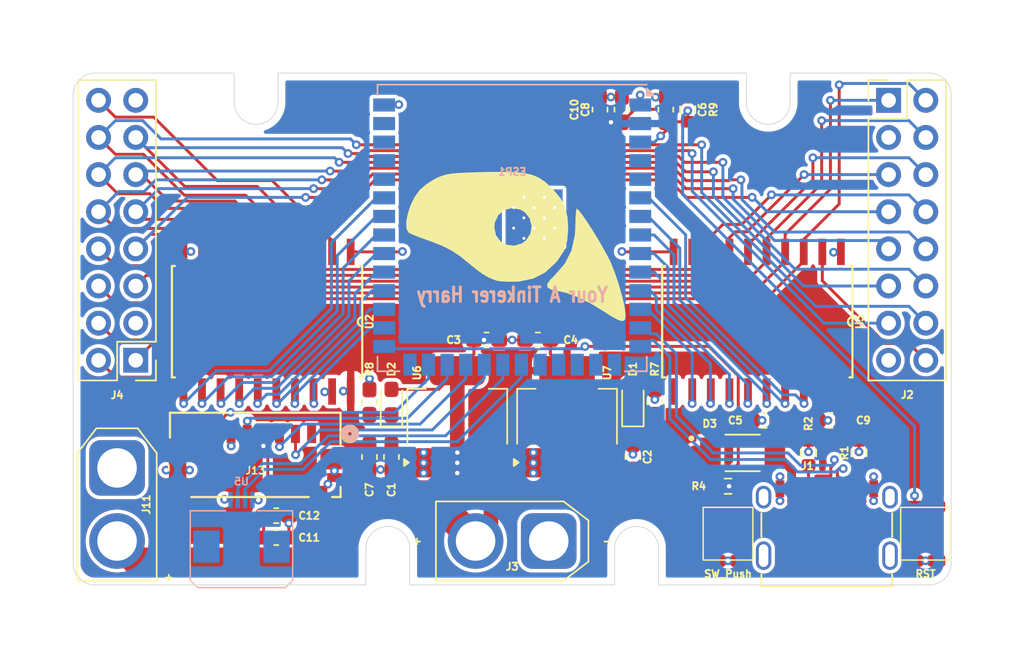
<source format=kicad_pcb>
(kicad_pcb (version 20241229) (generator "pcbnew") (generator_version "9.0")
  (layers (0 "F.Cu" signal) (4 "In1.Cu" signal) (6 "In2.Cu" signal) (2 "B.Cu" signal) (13 "F.Paste" user) (15 "B.Paste" user) (5 "F.SilkS" user "F.Silkscreen") (7 "B.SilkS" user "B.Silkscreen") (1 "F.Mask" user) (3 "B.Mask" user) (25 "Edge.Cuts" user))
  (net 0 "")
  (net 1 "GND")
  (net 2 "Net-(ESP1-GPIO0{slash}BOOT)")
  (net 3 "+3V3")
  (net 4 "+5V")
  (net 5 "Net-(J1-VBUS_A)")
  (net 6 "Net-(ESP1-EN)")
  (net 7 "Net-(D1-K)")
  (net 8 "Net-(D2-K)")
  (net 9 "+RAWVS")
  (net 15 "Main USB -")
  (net 20 "Main USB +")
  (net 24 "Net-(J1-CC2)")
  (net 25 "Net-(J1-CC1)")
  (net 29 "R1")
  (net 30 "B")
  (net 31 "G0")
  (net 32 "B1")
  (net 33 "CLK")
  (net 34 "A")
  (net 35 "B0")
  (net 36 "R0")
  (net 37 "C")
  (net 38 "LAT")
  (net 39 "E")
  (net 40 "D")
  (net 41 "G1")
  (net 42 "SD SPI MOSI")
  (net 43 "SD SPI CLK")
  (net 45 "SD SPI MISO")
  (net 46 "SD SPI CS")
  (net 50 "Power UART TX")
  (net 51 "Power UART RX")
  (net 52 "Disp GPIO 5")
  (net 53 "Disp GPIO 0")
  (net 54 "Disp GPIO 1")
  (net 55 "Disp GPIO 3")
  (net 56 "Disp GPIO 6")
  (net 57 "Disp GPIO 4")
  (net 58 "Disp GPIO 7")
  (net 59 "Disp GPIO 2")
  (net 60 "Disp GPIO 11")
  (net 61 "Disp GPIO 12")
  (net 62 "Disp GPIO 13")
  (net 63 "Disp GPIO 8")
  (net 64 "Disp GPIO 10")
  (net 65 "Disp GPIO 9")
  (net 66 "Disp GPIO 14")
  (net 67 "OE1")
  (net 68 "OE0")
  (footprint "Package_TO_SOT_SMD:SOT-223-3_TabPin2" (layer "F.Cu") (at 98.75 63.5 90)
    (property "Reference" "U7")
    (property "Value" "LD1117S50TR_SOT223" (hide yes))
  )
  (footprint "Capacitor_SMD:C_0603_1608Metric_Pad1.08x0.95mm_HandSolder" (layer "F.Cu") (at 96.75 58.25 180)
    (property "Reference" "C4")
    (property "Value" "10uf" (hide yes))
  )
  (footprint "Connector_AMASS:AMASS_XT30U-M_1x02_P5.0mm_Vertical" (layer "F.Cu") (at 68 67 -90)
    (property "Reference" "J11")
    (property "Value" "Substructure Power" (hide yes))
  )
  (footprint "LOGO" (layer "F.Cu") (at 95.25 52)
    (property "Reference" "G***" (hide yes))
    (property "Value" "LOGO" (hide yes))
  )
  (footprint "Diode_SMD:D_0603_1608Metric_Pad1.05x0.95mm_HandSolder" (layer "F.Cu") (at 86.75 62.5 90)
    (property "Reference" "D2")
    (property "Value" "LED" (hide yes))
  )
  (footprint "Resistor_SMD:R_0603_1608Metric" (layer "F.Cu") (at 109.75 68.25 180)
    (property "Reference" "R4")
    (property "Value" "10K" (hide yes))
  )
  (footprint "Capacitor_SMD:C_0603_1608Metric_Pad1.08x0.95mm_HandSolder" (layer "F.Cu") (at 105.5 42.5 -90)
    (property "Reference" "C6")
    (property "Value" "1uF" (hide yes))
  )
  (footprint "Buttons:R-667843" (layer "F.Cu") (at 109.75 71.5 -90)
    (property "Reference" "BootSW1" (hide yes))
    (property "Value" "SW_Push")
  )
  (footprint "Capacitor_SMD:C_0603_1608Metric_Pad1.08x0.95mm_HandSolder" (layer "F.Cu") (at 104.75 62.5 90)
    (property "Reference" "R7")
    (property "Value" "155ohm min" (hide yes))
  )
  (footprint "Package_TO_SOT_SMD:SOT-223-3_TabPin2" (layer "F.Cu") (at 91.25 63.5 90)
    (property "Reference" "U6")
    (property "Value" "LD1117S33TR_SOT223" (hide yes))
  )
  (footprint "Capacitor_SMD:C_0603_1608Metric_Pad1.08x0.95mm_HandSolder" (layer "F.Cu") (at 93.25 58.25)
    (property "Reference" "C3")
    (property "Value" "10uf" (hide yes))
  )
  (footprint "Connector_PinHeader_2.54mm:PinHeader_2x08_P2.54mm_Vertical" (layer "F.Cu") (at 120.725 41.86)
    (property "Reference" "J2")
    (property "Value" "HUB75 Right" (hide yes))
  )
  (footprint "Connector_AMASS:AMASS_XT30U-M_1x02_P5.0mm_Vertical" (layer "F.Cu") (at 97.5 72 180)
    (property "Reference" "J3")
    (property "Value" "Display Power" (hide yes))
  )
  (footprint "74HC245:SOIC127P1032X265-20N" (layer "F.Cu") (at 78.25 57 -90)
    (property "Reference" "U2")
    (property "Value" "74HC245D_653" (hide yes))
  )
  (footprint "Buttons:R-667843" (layer "F.Cu") (at 123.25 71.5 -90)
    (property "Reference" "SW2" (hide yes))
    (property "Value" "RST")
  )
  (footprint "Resistor_SMD:R_0603_1608Metric" (layer "F.Cu") (at 118.7 65.975 90)
    (property "Reference" "R1")
    (property "Value" "5.1K" (hide yes))
  )
  (footprint "PMEG Diode:DIO_PMEG3050EP_115" (layer "F.Cu") (at 110.75 65.975)
    (property "Reference" "D3")
    (property "Value" "PMEG3050EP_115" (hide yes))
  )
  (footprint "Capacitor_SMD:C_0603_1608Metric_Pad1.08x0.95mm_HandSolder" (layer "F.Cu") (at 78.877095 71.766)
    (property "Reference" "C11")
    (property "Value" "22uF" (hide yes))
  )
  (footprint "Capacitor_SMD:C_0603_1608Metric_Pad1.08x0.95mm_HandSolder" (layer "F.Cu") (at 78.877095 70.266)
    (property "Reference" "C12")
    (property "Value" "0.1uF" (hide yes))
  )
  (footprint "Resistor_SMD:R_0603_1608Metric" (layer "F.Cu") (at 107 42.5 -90)
    (property "Reference" "R9")
    (property "Value" "10K" (hide yes))
  )
  (footprint "Connector_PinHeader_2.54mm:PinHeader_2x08_P2.54mm_Vertical" (layer "F.Cu") (at 69.275 59.64 180)
    (property "Reference" "J4")
    (property "Value" "HUB75 Left" (hide yes))
  )
  (footprint "Capacitor_SMD:C_0603_1608Metric_Pad1.08x0.95mm_HandSolder" (layer "F.Cu") (at 85.25 62.5 90)
    (property "Reference" "R8")
    (property "Value" "70ohm min" (hide yes))
  )
  (footprint "Capacitor_SMD:C_0603_1608Metric_Pad1.08x0.95mm_HandSolder" (layer "F.Cu") (at 102.5 42.5 90)
    (property "Reference" "C8")
    (property "Value" "22uF" (hide yes))
  )
  (footprint "Capacitor_SMD:C_0603_1608Metric_Pad1.08x0.95mm_HandSolder" (layer "F.Cu") (at 86.75 66.25 -90)
    (property "Reference" "C1")
    (property "Value" "0.1uf" (hide yes))
  )
  (footprint "USBC:AMPHENOL_10171746-00021LF" (layer "F.Cu") (at 116.5 73)
    (property "Reference" "J1")
    (property "Value" "10171746-00021LF" (hide yes))
  )
  (footprint "Capacitor_SMD:C_0603_1608Metric_Pad1.08x0.95mm_HandSolder" (layer "F.Cu") (at 116.75 63.75 180)
    (property "Reference" "C9")
    (property "Value" "10uF" (hide yes))
  )
  (footprint "Micro SD:MicroSD_473092651" (layer "F.Cu") (at 77.45 64.7)
    (property "Reference" "J13")
    (property "Value" "MicroSD" (hide yes))
  )
  (footprint "Capacitor_SMD:C_0603_1608Metric" (layer "F.Cu") (at 112.25 63.75 180)
    (property "Reference" "C5")
    (property "Value" "10uF" (hide yes))
  )
  (footprint "Resistor_SMD:R_0603_1608Metric" (layer "F.Cu") (at 115.25 65.975 90)
    (property "Reference" "R2")
    (property "Value" "5.1K" (hide yes))
  )
  (footprint "Capacitor_SMD:C_0603_1608Metric_Pad1.08x0.95mm_HandSolder" (layer "F.Cu") (at 101 42.5 90)
    (property "Reference" "C10")
    (property "Value" "0.1uF" (hide yes))
  )
  (footprint "Capacitor_SMD:C_0603_1608Metric_Pad1.08x0.95mm_HandSolder" (layer "F.Cu") (at 103.25 66.25 90)
    (property "Reference" "C2")
    (property "Value" "0.1uf" (hide yes))
  )
  (footprint "74HC245:SOIC127P1032X265-20N" (layer "F.Cu") (at 111.75 57 -90)
    (property "Reference" "U3")
    (property "Value" "74HC245D_653" (hide yes))
  )
  (footprint "Capacitor_SMD:C_0603_1608Metric_Pad1.08x0.95mm_HandSolder" (layer "F.Cu") (at 85.25 66.25 -90)
    (property "Reference" "C7")
    (property "Value" "10uF" (hide yes))
  )
  (footprint "Diode_SMD:D_0603_1608Metric_Pad1.05x0.95mm_HandSolder" (layer "F.Cu") (at 103.25 62.5 90)
    (property "Reference" "D1")
    (property "Value" "LED" (hide yes))
  )
  (footprint "RF_Module:ESP32-S3-WROOM-1U" (layer "B.Cu") (at 95 50.59 180)
    (property "Reference" "ESP1")
    (property "Value" "ESP32-S3-WROOM-1U")
  )
  (footprint "FCC:FFC-4-0.5" (layer "B.Cu") (at 76.5 69.834 180)
    (property "Reference" "U5")
    (property "Value" "Substructure")
  )
  (gr_line (start 76 42) (end 76 40) (stroke (width 0.05)) (layer "Edge.Cuts"))
  (gr_line (start 102 75) (end 102 72.5) (stroke (width 0.05)) (layer "Edge.Cuts"))
  (gr_arc (start 102 72.5) (mid 103.5 71) (end 105 72.5) (stroke (width 0.05)) (layer "Edge.Cuts"))
  (gr_arc (start 65 41.5) (mid 65.43934 40.43934) (end 66.5 40) (stroke (width 0.05)) (layer "Edge.Cuts"))
  (gr_line (start 76 40) (end 66.5 40) (stroke (width 0.05)) (layer "Edge.Cuts"))
  (gr_arc (start 79 42) (mid 77.5 43.5) (end 76 42) (stroke (width 0.05)) (layer "Edge.Cuts"))
  (gr_line (start 105 75) (end 105 72.5) (stroke (width 0.05)) (layer "Edge.Cuts"))
  (gr_arc (start 66.5 75) (mid 65.43934 74.56066) (end 65 73.5) (stroke (width 0.05)) (layer "Edge.Cuts"))
  (gr_line (start 123.5 40) (end 114 40) (stroke (width 0.05)) (layer "Edge.Cuts"))
  (gr_line (start 66.5 75) (end 85 75) (stroke (width 0.05)) (layer "Edge.Cuts"))
  (gr_arc (start 125 73.5) (mid 124.56066 74.56066) (end 123.5 75) (stroke (width 0.05)) (layer "Edge.Cuts"))
  (gr_line (start 125 73.5) (end 125 41.5) (stroke (width 0.05)) (layer "Edge.Cuts"))
  (gr_line (start 111 42) (end 111 40) (stroke (width 0.05)) (layer "Edge.Cuts"))
  (gr_line (start 79 40) (end 111 40) (stroke (width 0.05)) (layer "Edge.Cuts"))
  (gr_arc (start 85 72.5) (mid 86.5 71) (end 88 72.5) (stroke (width 0.05)) (layer "Edge.Cuts"))
  (gr_line (start 88 75) (end 88 72.5) (stroke (width 0.05)) (layer "Edge.Cuts"))
  (gr_line (start 85 75) (end 85 72.5) (stroke (width 0.05)) (layer "Edge.Cuts"))
  (gr_arc (start 123.5 40) (mid 124.56066 40.43934) (end 125 41.5) (stroke (width 0.05)) (layer "Edge.Cuts"))
  (gr_line (start 114 42) (end 114 40) (stroke (width 0.05)) (layer "Edge.Cuts"))
  (gr_arc (start 114 42) (mid 112.5 43.5) (end 111 42) (stroke (width 0.05)) (layer "Edge.Cuts"))
  (gr_line (start 105 75) (end 123.5 75) (stroke (width 0.05)) (layer "Edge.Cuts"))
  (gr_line (start 65 41.5) (end 65 73.5) (stroke (width 0.05)) (layer "Edge.Cuts"))
  (gr_line (start 88 75) (end 102 75) (stroke (width 0.05)) (layer "Edge.Cuts"))
  (gr_line (start 79 42) (end 79 40) (stroke (width 0.05)) (layer "Edge.Cuts"))
  (gr_text "Your A Tinkerer Harry" (at 95 55.75 0) (layer "B.SilkS") (effects (font (size 1 0.8) (thickness 0.2) (bold yes)) (justify bottom mirror)))
  (segment (start 81.8982 68.6467) (end 81.8982 68.611304) (width 0.2) (layer "F.Cu") (net 1))
  (segment (start 82.404752 68.104752) (end 82.850699 67.658806) (width 0.2) (layer "F.Cu") (net 1))
  (segment (start 123.25 73.35) (end 124 73.35) (width 0.2) (layer "F.Cu") (net 1))
  (segment (start 88.95 66.65) (end 88.95 67.35) (width 0.2) (layer "F.Cu") (net 1))
  (segment (start 81.8982 68.611304) (end 82.404752 68.104752) (width 0.2) (layer "F.Cu") (net 1))
  (segment (start 111.475 63.75) (end 112.075 63.75) (width 0.2) (layer "F.Cu") (net 1))
  (segment (start 72.535 52.2248) (end 73.013498 52.2248) (width 0.2) (layer "F.Cu") (net 1))
  (segment (start 113.3 68.425) (end 113.3 69.25) (width 0.2) (layer "F.Cu") (net 1))
  (segment (start 75.793712 64.676) (end 75.793712 65.493712) (width 0.2) (layer "F.Cu") (net 1))
  (segment (start 113.3 68.425) (end 113.3 67.6) (width 0.2) (layer "F.Cu") (net 1))
  (segment (start 79.739595 70.266) (end 79.739595 71.766) (width 0.2) (layer "F.Cu") (net 1))
  (segment (start 104.8125 41.6375) (end 104.8 41.65) (width 0.2) (layer "F.Cu") (net 1))
  (segment (start 82.6221 66.971401) (end 82.850699 67.2) (width 0.2) (layer "F.Cu") (net 1))
  (segment (start 116.195 61.7752) (end 116.195 62.805) (width 0.2) (layer "F.Cu") (net 1))
  (segment (start 72.138288 67.156307) (end 71.356307 67.156307) (width 0.2) (layer "F.Cu") (net 1))
  (segment (start 87.4752 52.2248) (end 87.5 52.2) (width 0.2) (layer "F.Cu") (net 1))
  (segment (start 116.986902 52.2248) (end 116.961702 52.25) (width 0.2) (layer "F.Cu") (net 1))
  (segment (start 109 73.35) (end 109.75 73.35) (width 0.2) (layer "F.Cu") (net 1))
  (segment (start 116.574313 63.75) (end 116.575 63.749313) (width 0.2) (layer "F.Cu") (net 1))
  (segment (start 101.75 41.6375) (end 102.5 41.6375) (width 0.2) (layer "F.Cu") (net 1))
  (segment (start 117.465 52.2248) (end 116.986902 52.2248) (width 0.2) (layer "F.Cu") (net 1))
  (segment (start 106.035 52.2248) (end 102.524798 52.2248) (width 0.2) (layer "F.Cu") (net 1))
  (segment (start 73.013498 52.2248) (end 73.038298 52.2) (width 0.2) (layer "F.Cu") (net 1))
  (segment (start 85.25 60.9) (end 85.25 61.6375) (width 0.2) (layer "F.Cu") (net 1))
  (segment (start 82.6702 61.8) (end 82.695 61.7752) (width 0.2) (layer "F.Cu") (net 1))
  (segment (start 119.7 68.425) (end 119.7 69.25) (width 0.2) (layer "F.Cu") (net 1))
  (segment (start 103.25 65.3875) (end 103.25 66.074313) (width 0.2) (layer "F.Cu") (net 1))
  (segment (start 115.8875 63.75) (end 116.574313 63.75) (width 0.2) (layer "F.Cu") (net 1))
  (segment (start 95 58.25) (end 95.8875 58.25) (width 0.2) (layer "F.Cu") (net 1))
  (segment (start 94.1125 58.25) (end 95 58.25) (width 0.2) (layer "F.Cu") (net 1))
  (segment (start 72.138288 67.156307) (end 72.943693 67.156307) (width 0.2) (layer "F.Cu") (net 1))
  (segment (start 115.8875 63.75) (end 115.8875 63.1125) (width 0.2) (layer "F.Cu") (net 1))
  (segment (start 79.739595 70.266) (end 79.739595 70.783998) (width 0.2) (layer "F.Cu") (net 1))
  (segment (start 86 67.1125) (end 86.75 67.1125) (width 0.2) (layer "F.Cu") (net 1))
  (segment (start 109.75 73.35) (end 110.5 73.35) (width 0.2) (layer "F.Cu") (net 1))
  (segment (start 85.25 67.1125) (end 86 67.1125) (width 0.2) (layer "F.Cu") (net 1))
  (segment (start 72.943693 67.156307) (end 72.95 67.15) (width 0.2) (layer "F.Cu") (net 1))
  (segment (start 115.25 65.15) (end 115.25 65.9) (width 0.2) (layer "F.Cu") (net 1))
  (segment (start 105.5 41.6375) (end 104.8125 41.6375) (width 0.2) (layer "F.Cu") (net 1))
  (segment (start 96.45 66.65) (end 96.45 65.95) (width 0.2) (layer "F.Cu") (net 1))
  (segment (start 96.45 66.65) (end 96.45 67.35) (width 0.2) (layer "F.Cu") (net 1))
  (segment (start 83.965 52.2248) (end 87.4752 52.2248) (width 0.2) (layer "F.Cu") (net 1))
  (segment (start 75.793712 65.493712) (end 75.8 65.5) (width 0.2) (layer "F.Cu") (net 1))
  (segment (start 82.6221 66.404005) (end 82.6221 66.971401) (width 0.2) (layer "F.Cu") (net 1))
  (segment (start 101 41.6375) (end 101.75 41.6375) (width 0.2) (layer "F.Cu") (net 1))
  (segment (start 103.25 66.074313) (end 103.250687 66.075) (width 0.2) (layer "F.Cu") (net 1))
  (segment (start 82.850699 67.658806) (end 82.850699 67.2) (width 0.2) (layer "F.Cu") (net 1))
  (segment (start 71.356307 67.156307) (end 71.35 67.15) (width 0.2) (layer "F.Cu") (net 1))
  (segment (start 118.7 65.15) (end 118.7 65.9) (width 0.2) (layer "F.Cu") (net 1))
  (segment (start 102.524798 52.2248) (end 102.499998 52.2) (width 0.2) (layer "F.Cu") (net 1))
  (segment (start 122.5 73.35) (end 123.25 73.35) (width 0.2) (layer "F.Cu") (net 1))
  (segment (start 104.75 61.6375) (end 104.75 62.325) (width 0.2) (layer "F.Cu") (net 1))
  (segment (start 119.7 68.425) (end 119.7 67.6) (width 0.2) (layer "F.Cu") (net 1))
  (segment (start 82.191702 61.8) (end 82.6702 61.8) (width 0.2) (layer "F.Cu") (net 1))
  (segment (start 115.8875 63.1125) (end 116.195 62.805) (width 0.2) (layer "F.Cu") (net 1))
  (via (at 82.191702 61.8) (size 0.6) (drill 0.3) (layers "F.Cu" "B.Cu") (net 1))
  (via (at 116.961702 52.25) (size 0.6) (drill 0.3) (layers "F.Cu" "B.Cu") (net 1))
  (via (at 116.575 63.749313) (size 0.6) (drill 0.3) (layers "F.Cu" "B.Cu") (net 1))
  (via (at 88.95 66.65) (size 0.6) (drill 0.3) (layers "F.Cu" "B.Cu") (net 1))
  (via (at 86 67.1125) (size 0.6) (drill 0.3) (layers "F.Cu" "B.Cu") (net 1))
  (via (at 77.65 69.2) (size 0.6) (drill 0.3) (layers "F.Cu" "B.Cu") (net 1))
  (via (at 72.95 67.15) (size 0.6) (drill 0.3) (layers "F.Cu" "B.Cu") (net 1))
  (via (at 109.75 73.35) (size 0.6) (drill 0.3) (layers "F.Cu" "B.Cu") (net 1))
  (via (at 75.8 65.5) (size 0.6) (drill 0.3) (layers "F.Cu" "B.Cu") (net 1))
  (via (at 71.35 67.15) (size 0.6) (drill 0.3) (layers "F.Cu" "B.Cu") (net 1))
  (via (at 101.75 41.6375) (size 0.6) (drill 0.3) (layers "F.Cu" "B.Cu") (net 1))
  (via (at 87.25 42.15) (size 0.6) (drill 0.3) (layers "F.Cu" "B.Cu") (net 1))
  (via (at 115.25 65.9) (size 0.6) (drill 0.3) (layers "F.Cu" "B.Cu") (net 1))
  (via (at 113.3 69.25) (size 0.6) (drill 0.3) (layers "F.Cu" "B.Cu") (net 1))
  (via (at 103.250687 66.075) (size 0.6) (drill 0.3) (layers "F.Cu" "B.Cu") (net 1))
  (via (at 85.25 60.9) (size 0.6) (drill 0.3) (layers "F.Cu" "B.Cu") (net 1))
  (via (at 96.45 66.65) (size 0.6) (drill 0.3) (layers "F.Cu" "B.Cu") (net 1))
  (via (at 119.7 69.25) (size 0.6) (drill 0.3) (layers "F.Cu" "B.Cu") (net 1))
  (via (at 88.95 67.35) (size 0.6) (drill 0.3) (layers "F.Cu" "B.Cu") (net 1))
  (via (at 75.35 69.15) (size 0.6) (drill 0.3) (layers "F.Cu" "B.Cu") (net 1))
  (via (at 123.25 73.35) (size 0.6) (drill 0.3) (layers "F.Cu" "B.Cu") (net 1))
  (via (at 104.8 41.65) (size 0.6) (drill 0.3) (layers "F.Cu" "B.Cu") (net 1))
  (via (at 87.5 52.2) (size 0.6) (drill 0.3) (layers "F.Cu" "B.Cu") (net 1))
  (via (at 104.75 62.325) (size 0.6) (drill 0.3) (layers "F.Cu" "B.Cu") (net 1))
  (via (at 82.404752 68.104752) (size 0.6) (drill 0.3) (layers "F.Cu" "B.Cu") (net 1))
  (via (at 95 58.25) (size 0.6) (drill 0.3) (layers "F.Cu" "B.Cu") (net 1))
  (via (at 112.075 63.75) (size 0.6) (drill 0.3) (layers "F.Cu" "B.Cu") (net 1))
  (via (at 102.499998 52.2) (size 0.6) (drill 0.3) (layers "F.Cu" "B.Cu") (net 1))
  (via (at 103.75 41.5) (size 0.6) (drill 0.3) (layers "F.Cu" "B.Cu") (net 1))
  (via (at 82.850699 67.2) (size 0.6) (drill 0.3) (layers "F.Cu" "B.Cu") (net 1))
  (via (at 113.3 67.6) (size 0.6) (drill 0.3) (layers "F.Cu" "B.Cu") (net 1))
  (via (at 88.95 65.95) (size 0.6) (drill 0.3) (layers "F.Cu" "B.Cu") (net 1))
  (via (at 119.7 67.6) (size 0.6) (drill 0.3) (layers "F.Cu" "B.Cu") (net 1))
  (via (at 96.45 65.95) (size 0.6) (drill 0.3) (layers "F.Cu" "B.Cu") (net 1))
  (via (at 96.45 67.35) (size 0.6) (drill 0.3) (layers "F.Cu" "B.Cu") (net 1))
  (via (at 118.7 65.9) (size 0.6) (drill 0.3) (layers "F.Cu" "B.Cu") (net 1))
  (via (at 79.739595 70.783998) (size 0.6) (drill 0.3) (layers "F.Cu" "B.Cu") (net 1))
  (via (at 73.038298 52.2) (size 0.6) (drill 0.3) (layers "F.Cu" "B.Cu") (net 1))
  (segment (start 77.634 69.184) (end 77.65 69.2) (width 0.2) (layer "B.Cu") (net 1))
  (segment (start 75.75 69.184) (end 75.384 69.184) (width 0.2) (layer "B.Cu") (net 1))
  (segment (start 77.25 69.184) (end 77.634 69.184) (width 0.2) (layer "B.Cu") (net 1))
  (segment (start 75.384 69.184) (end 75.35 69.15) (width 0.2) (layer "B.Cu") (net 1))
  (segment (start 103.75 42.18) (end 103.75 41.5) (width 0.2) (layer "B.Cu") (net 1))
  (segment (start 86.25 42.18) (end 87.22 42.18) (width 0.2) (layer "B.Cu") (net 1))
  (segment (start 87.22 42.18) (end 87.25 42.15) (width 0.2) (layer "B.Cu") (net 1))
  (segment (start 110.45 66.725) (end 108.925 68.25) (width 0.2) (layer "F.Cu") (net 2))
  (segment (start 109 68.325) (end 108.925 68.25) (width 0.2) (layer "F.Cu") (net 2))
  (segment (start 110.45 60.7) (end 110.45 66.725) (width 0.2) (layer "F.Cu") (net 2))
  (segment (start 110.5 69.65) (end 109 69.65) (width 0.2) (layer "F.Cu") (net 2))
  (segment (start 99.973421 58.696186) (end 99.979318 58.690289) (width 0.2) (layer "F.Cu") (net 2))
  (segment (start 99.979318 58.690289) (end 108.440289 58.690289) (width 0.2) (layer "F.Cu") (net 2))
  (segment (start 108.440289 58.690289) (end 110.45 60.7) (width 0.2) (layer "F.Cu") (net 2))
  (segment (start 109 69.65) (end 109 68.325) (width 0.2) (layer "F.Cu") (net 2))
  (via (at 99.973421 58.696186) (size 0.6) (drill 0.3) (layers "F.Cu" "B.Cu") (net 2))
  (segment (start 99.973421 58.696186) (end 99.819607 58.85) (width 0.2) (layer "B.Cu") (net 2))
  (segment (start 99.819607 58.85) (end 86.41 58.85) (width 0.2) (layer "B.Cu") (net 2))
  (segment (start 86.41 58.85) (end 86.25 58.69) (width 0.2) (layer "B.Cu") (net 2))
  (segment (start 101 43.3625) (end 101.75 43.3625) (width 0.2) (layer "F.Cu") (net 3))
  (segment (start 89.975 61.625) (end 86.75 61.625) (width 0.2) (layer "F.Cu") (net 3))
  (segment (start 92.3875 59.2125) (end 92.3875 58.25) (width 0.2) (layer "F.Cu") (net 3))
  (segment (start 92.3875 58.25) (end 93.074687 58.25) (width 0.2) (layer "F.Cu") (net 3))
  (segment (start 77.99371 64.676) (end 77.99371 65.49371) (width 0.2) (layer "F.Cu") (net 3))
  (segment (start 78.014595 71.766) (end 78.014595 70.266) (width 0.2) (layer "F.Cu") (net 3))
  (segment (start 91.25 66.65) (end 91.25 60.35) (width 1) (layer "F.Cu") (net 3))
  (segment (start 101.75 43.3625) (end 102.5 43.3625) (width 0.2) (layer "F.Cu") (net 3))
  (segment (start 78.3 65.8) (end 78 65.5) (width 0.2) (layer "F.Cu") (net 3))
  (segment (start 91.25 60.35) (end 92.3875 59.2125) (width 0.2) (layer "F.Cu") (net 3))
  (segment (start 77.99371 65.49371) (end 78 65.5) (width 0.2) (layer "F.Cu") (net 3))
  (segment (start 91.25 60.35) (end 89.975 61.625) (width 0.2) (layer "F.Cu") (net 3))
  (segment (start 106.199 42.476) (end 103.3865 42.476) (width 0.2) (layer "F.Cu") (net 3))
  (segment (start 78.014595 70.266) (end 78.3 69.980595) (width 0.2) (layer "F.Cu") (net 3))
  (segment (start 78.3 69.980595) (end 78.3 65.8) (width 0.2) (layer "F.Cu") (net 3))
  (segment (start 107 41.675) (end 106.199 42.476) (width 0.2) (layer "F.Cu") (net 3))
  (segment (start 93.074687 58.25) (end 93.075 58.250313) (width 0.2) (layer "F.Cu") (net 3))
  (segment (start 103.3865 42.476) (end 102.5 43.3625) (width 0.2) (layer "F.Cu") (net 3))
  (segment (start 110.575 68.25) (end 109.825 68.25) (width 0.2) (layer "F.Cu") (net 3))
  (via (at 91.25 67.35) (size 0.6) (drill 0.3) (layers "F.Cu" "B.Cu") (net 3))
  (via (at 91.25 66.65) (size 0.6) (drill 0.3) (layers "F.Cu" "B.Cu") (net 3))
  (via (at 78 65.5) (size 0.6) (drill 0.3) (layers "F.Cu" "B.Cu") (net 3))
  (via (at 109.825 68.25) (size 0.6) (drill 0.3) (layers "F.Cu" "B.Cu") (net 3))
  (via (at 101.75 43.3625) (size 0.6) (drill 0.3) (layers "F.Cu" "B.Cu") (net 3))
  (via (at 93.075 58.250313) (size 0.6) (drill 0.3) (layers "F.Cu" "B.Cu") (net 3))
  (via (at 91.25 65.95) (size 0.6) (drill 0.3) (layers "F.Cu" "B.Cu") (net 3))
  (segment (start 103.75 43.45) (end 101.8375 43.45) (width 0.2) (layer "B.Cu") (net 3))
  (segment (start 101.8375 43.45) (end 101.75 43.3625) (width 0.2) (layer "B.Cu") (net 3))
  (segment (start 83.486902 61.7752) (end 83.461702 61.75) (width 0.2) (layer "F.Cu") (net 4))
  (segment (start 98.75 60.35) (end 99.35 60.35) (width 0.2) (layer "F.Cu") (net 4))
  (segment (start 83.965 61.7752) (end 83.486902 61.7752) (width 0.2) (layer "F.Cu") (net 4))
  (segment (start 98.75 65.95) (end 98.75 60.35) (width 1) (layer "F.Cu") (net 4))
  (segment (start 99.35 60.35) (end 100.625 61.625) (width 0.2) (layer "F.Cu") (net 4))
  (segment (start 97.6125 59.2125) (end 98.75 60.35) (width 0.2) (layer "F.Cu") (net 4))
  (segment (start 97.6125 58.25) (end 97.6125 59.2125) (width 0.2) (layer "F.Cu") (net 4))
  (segment (start 100.625 61.625) (end 103.25 61.625) (width 0.2) (layer "F.Cu") (net 4))
  (via (at 83.461702 61.75) (size 0.6) (drill 0.3) (layers "F.Cu" "B.Cu") (net 4))
  (segment (start 112.775 65.925) (end 112.7 66) (width 0.2) (layer "F.Cu") (net 5))
  (segment (start 114.75 69.975) (end 118.25 69.975) (width 0.6) (layer "F.Cu") (net 5))
  (segment (start 118.9 69.325) (end 118.9 68.425) (width 0.6) (layer "F.Cu") (net 5))
  (segment (start 114.1 69.325) (end 114.75 69.975) (width 0.6) (layer "F.Cu") (net 5))
  (segment (start 118.25 69.975) (end 118.9 69.325) (width 0.6) (layer "F.Cu") (net 5))
  (segment (start 114.1 68.425) (end 114.1 69.325) (width 0.6) (layer "F.Cu") (net 5))
  (segment (start 113.025 63.725) (end 113.025 65.9) (width 0.2) (layer "F.Cu") (net 5))
  (segment (start 114.1 67.125) (end 112.95 65.975) (width 0.6) (layer "F.Cu") (net 5))
  (segment (start 114.1 68.425) (end 114.1 67.125) (width 0.6) (layer "F.Cu") (net 5))
  (segment (start 105.5375 43.325) (end 105.5 43.3625) (width 0.2) (layer "F.Cu") (net 6))
  (segment (start 105.15 44.3) (end 105.5 43.95) (width 0.2) (layer "F.Cu") (net 6))
  (segment (start 107 43.325) (end 105.5375 43.325) (width 0.2) (layer "F.Cu") (net 6))
  (segment (start 122.5 69.65) (end 122.5 68.9) (width 0.2) (layer "F.Cu") (net 6))
  (segment (start 124 69.65) (end 122.5 69.65) (width 0.2) (layer "F.Cu") (net 6))
  (segment (start 107 43.325) (end 107 42.575) (width 0.2) (layer "F.Cu") (net 6))
  (segment (start 105.5 43.95) (end 105.5 43.3625) (width 0.2) (layer "F.Cu") (net 6))
  (via (at 122.5 68.9) (size 0.6) (drill 0.3) (layers "F.Cu" "B.Cu") (net 6))
  (via (at 105.15 44.3) (size 0.6) (drill 0.3) (layers "F.Cu" "B.Cu") (net 6))
  (via (at 107 42.575) (size 0.6) (drill 0.3) (layers "F.Cu" "B.Cu") (net 6))
  (segment (start 107 42.575) (end 106.65 42.925) (width 0.2) (layer "B.Cu") (net 6))
  (segment (start 122.5 64.15) (end 122.5 68.9) (width 0.2) (layer "B.Cu") (net 6))
  (segment (start 106.65 48.3) (end 122.5 64.15) (width 0.2) (layer "B.Cu") (net 6))
  (segment (start 106.65 42.925) (end 106.65 48.3) (width 0.2) (layer "B.Cu") (net 6))
  (segment (start 105.15 44.3) (end 104.73 44.72) (width 0.2) (layer "B.Cu") (net 6))
  (segment (start 104.73 44.72) (end 103.75 44.72) (width 0.2) (layer "B.Cu") (net 6))
  (segment (start 103.25 63.375) (end 104.7375 63.375) (width 0.2) (layer "F.Cu") (net 7))
  (segment (start 104.7375 63.375) (end 104.75 63.3625) (width 0.2) (layer "F.Cu") (net 7))
  (segment (start 85.2625 63.375) (end 85.25 63.3625) (width 0.2) (layer "F.Cu") (net 8))
  (segment (start 86.75 63.375) (end 85.2625 63.375) (width 0.2) (layer "F.Cu") (net 8))
  (segment (start 69.442 73.442) (end 80.642021 73.442) (width 2) (layer "F.Cu") (net 9))
  (segment (start 89.8 69.3) (end 92.5 72) (width 2) (layer "F.Cu") (net 9))
  (segment (start 92.249 67.951) (end 93.55 66.65) (width 0.2) (layer "F.Cu") (net 9))
  (segment (start 99.7 69) (end 101.05 67.65) (width 1) (layer "F.Cu") (net 9))
  (segment (start 80.642021 73.442) (end 84.784021 69.3) (width 2) (layer "F.Cu") (net 9))
  (segment (start 107.475 65.975) (end 108.55 65.975) (width 1) (layer "F.Cu") (net 9))
  (segment (start 84.784021 69.3) (end 89.8 69.3) (width 2) (layer "F.Cu") (net 9))
  (segment (start 101.05 67.65) (end 101.05 66.65) (width 1) (layer "F.Cu") (net 9))
  (segment (start 88.294992 67.951) (end 92.249 67.951) (width 0.2) (layer "F.Cu") (net 9))
  (segment (start 101.5125 67.1125) (end 101.05 66.65) (width 0.2) (layer "F.Cu") (net 9))
  (segment (start 87.899 67.555008) (end 88.294992 67.951) (width 0.2) (layer "F.Cu") (net 9))
  (segment (start 104.45 69) (end 107.475 65.975) (width 1) (layer "F.Cu") (net 9))
  (segment (start 93.55 66.65) (end 93.55 70.95) (width 1) (layer "F.Cu") (net 9))
  (segment (start 93.55 70.95) (end 92.5 72) (width 0.2) (layer "F.Cu") (net 9))
  (segment (start 103.25 67.1125) (end 101.5125 67.1125) (width 0.2) (layer "F.Cu") (net 9))
  (segment (start 87.899 66.5365) (end 87.899 67.555008) (width 0.2) (layer "F.Cu") (net 9))
  (segment (start 93.55 66.65) (end 93.55 69) (width 1) (layer "F.Cu") (net 9))
  (segment (start 93.55 69) (end 99.7 69) (width 1) (layer "F.Cu") (net 9))
  (segment (start 99.7 69) (end 104.45 69) (width 1) (layer "F.Cu") (net 9))
  (segment (start 68 72) (end 69.442 73.442) (width 2) (layer "F.Cu") (net 9))
  (segment (start 86.75 65.3875) (end 87.899 66.5365) (width 0.2) (layer "F.Cu") (net 9))
  (segment (start 116.701 67.549) (end 116.75 67.598) (width 0.2) (layer "F.Cu") (net 15))
  (segment (start 116.75 67.562499) (end 116.775 67.537499) (width 0.2) (layer "F.Cu") (net 15))
  (segment (start 117.019098 66.728172) (end 117.019098 66.445329) (width 0.2) (layer "F.Cu") (net 15))
  (segment (start 116.775 67.537499) (end 116.775 66.97227) (width 0.2) (layer "F.Cu") (net 15))
  (segment (start 115.799 67.549) (end 116.701 67.549) (width 0.2) (layer "F.Cu") (net 15))
  (segment (start 115.75 68.425) (end 115.75 67.598) (width 0.2) (layer "F.Cu") (net 15))
  (segment (start 115.75 67.598) (end 115.799 67.549) (width 0.2) (layer "F.Cu") (net 15))
  (segment (start 116.75 68.425) (end 116.75 67.562499) (width 0.2) (layer "F.Cu") (net 15))
  (segment (start 116.775 66.97227) (end 117.019098 66.728172) (width 0.2) (layer "F.Cu") (net 15))
  (segment (start 116.75 67.598) (end 116.75 68.425) (width 0.2) (layer "F.Cu") (net 15))
  (via (at 117.019098 66.445329) (size 0.6) (drill 0.3) (layers "F.Cu" "B.Cu") (net 15))
  (segment (start 106.225 59.206802) (end 104.848198 57.83) (width 0.2) (layer "B.Cu") (net 15))
  (segment (start 116.92227 66.825) (end 114.693198 66.825) (width 0.2) (layer "B.Cu") (net 15))
  (segment (start 104.848198 57.83) (end 104.46 57.83) (width 0.2) (layer "B.Cu") (net 15))
  (segment (start 117.019098 66.728172) (end 116.92227 66.825) (width 0.2) (layer "B.Cu") (net 15))
  (segment (start 104.46 57.83) (end 104.05 57.42) (width 0.2) (layer "B.Cu") (net 15))
  (segment (start 108.743198 65.975) (end 106.225 63.456802) (width 0.2) (layer "B.Cu") (net 15))
  (segment (start 114.693198 66.825) (end 113.843198 65.975) (width 0.2) (layer "B.Cu") (net 15))
  (segment (start 104.05 57.42) (end 103.75 57.42) (width 0.2) (layer "B.Cu") (net 15))
  (segment (start 113.843198 65.975) (end 108.743198 65.975) (width 0.2) (layer "B.Cu") (net 15))
  (segment (start 106.225 63.456802) (end 106.225 59.206802) (width 0.2) (layer "B.Cu") (net 15))
  (segment (start 117.019098 66.445329) (end 117.019098 66.728172) (width 0.2) (layer "B.Cu") (net 15))
  (segment (start 117.201 69.301) (end 117.25 69.252) (width 0.2) (layer "F.Cu") (net 20))
  (segment (start 117.225 67.158668) (end 117.337297 67.046371) (width 0.2) (layer "F.Cu") (net 20))
  (segment (start 117.225 67.537499) (end 117.225 67.158668) (width 0.2) (layer "F.Cu") (net 20))
  (segment (start 117.25 67.562499) (end 117.225 67.537499) (width 0.2) (layer "F.Cu") (net 20))
  (segment (start 116.25 68.425) (end 116.25 69.252) (width 0.2) (layer "F.Cu") (net 20))
  (segment (start 116.25 69.252) (end 116.299 69.301) (width 0.2) (layer "F.Cu") (net 20))
  (segment (start 117.25 68.425) (end 117.25 67.562499) (width 0.2) (layer "F.Cu") (net 20))
  (segment (start 117.25 69.252) (end 117.25 68.425) (width 0.2) (layer "F.Cu") (net 20))
  (segment (start 117.337297 67.046371) (end 117.62014 67.046371) (width 0.2) (layer "F.Cu") (net 20))
  (segment (start 116.299 69.301) (end 117.201 69.301) (width 0.2) (layer "F.Cu") (net 20))
  (via (at 117.62014 67.046371) (size 0.6) (drill 0.3) (layers "F.Cu" "B.Cu") (net 20))
  (segment (start 117.62014 67.046371) (end 117.337297 67.046371) (width 0.2) (layer "B.Cu") (net 20))
  (segment (start 104.05 58.69) (end 103.75 58.69) (width 0.2) (layer "B.Cu") (net 20))
  (segment (start 114.506802 67.275) (end 113.656802 66.425) (width 0.2) (layer "B.Cu") (net 20))
  (segment (start 104.46 58.28) (end 104.05 58.69) (width 0.2) (layer "B.Cu") (net 20))
  (segment (start 113.656802 66.425) (end 108.556802 66.425) (width 0.2) (layer "B.Cu") (net 20))
  (segment (start 108.556802 66.425) (end 105.775 63.643198) (width 0.2) (layer "B.Cu") (net 20))
  (segment (start 105.775 59.393198) (end 104.661802 58.28) (width 0.2) (layer "B.Cu") (net 20))
  (segment (start 117.337297 67.046371) (end 117.108668 67.275) (width 0.2) (layer "B.Cu") (net 20))
  (segment (start 104.661802 58.28) (end 104.46 58.28) (width 0.2) (layer "B.Cu") (net 20))
  (segment (start 105.775 63.643198) (end 105.775 59.393198) (width 0.2) (layer "B.Cu") (net 20))
  (segment (start 117.108668 67.275) (end 114.506802 67.275) (width 0.2) (layer "B.Cu") (net 20))
  (segment (start 118.25 68.425) (end 118.25 67.25) (width 0.2) (layer "F.Cu") (net 24))
  (segment (start 118.25 67.25) (end 118.7 66.8) (width 0.2) (layer "F.Cu") (net 24))
  (segment (start 115.25 68.425) (end 115.25 66.8) (width 0.2) (layer "F.Cu") (net 25))
  (segment (start 109.7453 54.2295) (end 73.35 54.2295) (width 0.2) (layer "F.Cu") (net 29))
  (segment (start 71.8685 55.711) (end 67.886 55.711) (width 0.2) (layer "F.Cu") (net 29))
  (segment (start 115.55 47.3) (end 111.115 51.735) (width 0.2) (layer "F.Cu") (net 29))
  (segment (start 111.115 52.2248) (end 111.115 52.8598) (width 0.2) (layer "F.Cu") (net 29))
  (segment (start 115.55 45.789) (end 115.55 47.3) (width 0.2) (layer "F.Cu") (net 29))
  (segment (start 111.115 52.8598) (end 109.7453 54.2295) (width 0.2) (layer "F.Cu") (net 29))
  (segment (start 73.35 54.2295) (end 71.8685 55.711) (width 0.2) (layer "F.Cu") (net 29))
  (segment (start 67.886 55.711) (end 66.735 54.56) (width 0.2) (layer "F.Cu") (net 29))
  (segment (start 111.115 51.735) (end 111.115 52.2248) (width 0.2) (layer "F.Cu") (net 29))
  (via (at 115.55 45.789) (size 0.6) (drill 0.3) (layers "F.Cu" "B.Cu") (net 29))
  (segment (start 122.114 45.789) (end 123.265 46.94) (width 0.2) (layer "B.Cu") (net 29))
  (segment (start 115.55 45.789) (end 122.114 45.789) (width 0.2) (layer "B.Cu") (net 29))
  (segment (start 85.463343 46.905) (end 105.8721 46.905) (width 0.2) (layer "F.Cu") (net 30))
  (segment (start 69.795 50) (end 69.275 49.48) (width 0.2) (layer "F.Cu") (net 30))
  (segment (start 81.432586 47.9) (end 81.433586 47.901) (width 0.2) (layer "F.Cu") (net 30))
  (segment (start 76.345 52.2248) (end 76.345 51.345) (width 0.2) (layer "F.Cu") (net 30))
  (segment (start 81.433586 47.901) (end 84.467343 47.901) (width 0.2) (layer "F.Cu") (net 30))
  (segment (start 75 50) (end 69.795 50) (width 0.2) (layer "F.Cu") (net 30))
  (segment (start 106.8671 47.9) (end 110.1 47.9) (width 0.2) (layer "F.Cu") (net 30))
  (segment (start 84.467343 47.901) (end 85.463343 46.905) (width 0.2) (layer "F.Cu") (net 30))
  (segment (start 76.345 51.345) (end 75 50) (width 0.2) (layer "F.Cu") (net 30))
  (segment (start 105.8721 46.905) (end 106.8671 47.9) (width 0.2) (layer "F.Cu") (net 30))
  (via (at 81.432586 47.9) (size 0.6) (drill 0.3) (layers "F.Cu" "B.Cu") (net 30))
  (via (at 110.1 47.9) (size 0.6) (drill 0.3) (layers "F.Cu" "B.Cu") (net 30))
  (segment (start 110.1 48.61168) (end 110.1 47.9) (width 0.2) (layer "B.Cu") (net 30))
  (segment (start 69.275 49.48) (end 70.855 47.9) (width 0.2) (layer "B.Cu") (net 30))
  (segment (start 70.855 47.9) (end 81.432586 47.9) (width 0.2) (layer "B.Cu") (net 30))
  (segment (start 112.93832 51.45) (end 110.1 48.61168) (width 0.2) (layer "B.Cu") (net 30))
  (segment (start 120.155 51.45) (end 112.93832 51.45) (width 0.2) (layer "B.Cu") (net 30))
  (segment (start 120.725 52.02) (end 120.155 51.45) (width 0.2) (layer "B.Cu") (net 30))
  (segment (start 116.75 41.86) (end 116.75 47.925) (width 0.2) (layer "F.Cu") (net 31))
  (segment (start 113.655 51.02) (end 113.655 52.2248) (width 0.2) (layer "F.Cu") (net 31))
  (segment (start 73.8835 55.0315) (end 69.275 59.64) (width 0.2) (layer "F.Cu") (net 31))
  (segment (start 111.4833 55.0315) (end 73.8835 55.0315) (width 0.2) (layer "F.Cu") (net 31))
  (segment (start 113.655 52.2248) (end 113.655 52.8598) (width 0.2) (layer "F.Cu") (net 31))
  (segment (start 113.655 52.8598) (end 111.4833 55.0315) (width 0.2) (layer "F.Cu") (net 31))
  (segment (start 116.75 47.925) (end 113.655 51.02) (width 0.2) (layer "F.Cu") (net 31))
  (via (at 116.75 41.86) (size 0.6) (drill 0.3) (layers "F.Cu" "B.Cu") (net 31))
  (segment (start 116.75 41.86) (end 120.725 41.86) (width 0.2) (layer "B.Cu") (net 31))
  (segment (start 69.75176 53.171) (end 67.886 53.171) (width 0.2) (layer "F.Cu") (net 32))
  (segment (start 108.575 52.7252) (end 107.8727 53.4275) (width 0.2) (layer "F.Cu") (net 32))
  (segment (start 108.575 52.2248) (end 108.575 52.7252) (width 0.2) (layer "F.Cu") (net 32))
  (segment (start 108.575 51.175) (end 108.575 52.2248) (width 0.2) (layer "F.Cu") (net 32))
  (segment (start 112.720735 48.320735) (end 110.69147 50.35) (width 0.2) (layer "F.Cu") (net 32))
  (segment (start 70.00826 53.4275) (end 69.75176 53.171) (width 0.2) (layer "F.Cu") (net 32))
  (segment (start 107.8727 53.4275) (end 70.00826 53.4275) (width 0.2) (layer "F.Cu") (net 32))
  (segment (start 67.886 53.171) (end 66.735 52.02) (width 0.2) (layer "F.Cu") (net 32))
  (segment (start 109.4 50.35) (end 108.575 51.175) (width 0.2) (layer "F.Cu") (net 32))
  (segment (start 110.69147 50.35) (end 109.4 50.35) (width 0.2) (layer "F.Cu") (net 32))
  (via (at 112.720735 48.320735) (size 0.6) (drill 0.3) (layers "F.Cu" "B.Cu") (net 32))
  (segment (start 112.729 48.329) (end 122.114 48.329) (width 0.2) (layer "B.Cu") (net 32))
  (segment (start 112.720735 48.320735) (end 112.729 48.329) (width 0.2) (layer "B.Cu") (net 32))
  (segment (start 122.114 48.329) (end 123.265 49.48) (width 0.2) (layer "B.Cu") (net 32))
  (segment (start 69.801 45.551) (end 67.886 45.551) (width 0.2) (layer "F.Cu") (net 33))
  (segment (start 76.78015 48.349) (end 72.599 48.349) (width 0.2) (layer "F.Cu") (net 33))
  (segment (start 80.155 52.2248) (end 80.155 51.72385) (width 0.2) (layer "F.Cu") (net 33))
  (segment (start 72.599 48.349) (end 69.801 45.551) (width 0.2) (layer "F.Cu") (net 33))
  (segment (start 80.155 51.72385) (end 76.78015 48.349) (width 0.2) (layer "F.Cu") (net 33))
  (segment (start 67.886 45.551) (end 66.735 44.4) (width 0.2) (layer "F.Cu") (net 33))
  (segment (start 84.35 44.9) (end 107.95 44.9) (width 0.2) (layer "F.Cu") (net 33))
  (via (at 84.35 44.9) (size 0.6) (drill 0.3) (layers "F.Cu" "B.Cu") (net 33))
  (via (at 107.95 44.9) (size 0.6) (drill 0.3) (layers "F.Cu" "B.Cu") (net 33))
  (segment (start 122.114 55.949) (end 123.265 57.1) (width 0.2) (layer "B.Cu") (net 33))
  (segment (start 69.75176 43.249) (end 67.886 43.249) (width 0.2) (layer "B.Cu") (net 33))
  (segment (start 67.886 43.249) (end 66.735 44.4) (width 0.2) (layer "B.Cu") (net 33))
  (segment (start 107.95 48.16298) (end 115.73602 55.949) (width 0.2) (layer "B.Cu") (net 33))
  (segment (start 115.73602 55.949) (end 122.114 55.949) (width 0.2) (layer "B.Cu") (net 33))
  (segment (start 71.00276 44.5) (end 69.75176 43.249) (width 0.2) (layer "B.Cu") (net 33))
  (segment (start 83.95 44.5) (end 71.00276 44.5) (width 0.2) (layer "B.Cu") (net 33))
  (segment (start 107.95 44.9) (end 107.95 48.16298) (width 0.2) (layer "B.Cu") (net 33))
  (segment (start 84.35 44.9) (end 83.95 44.5) (width 0.2) (layer "B.Cu") (net 33))
  (segment (start 106.0382 46.504) (end 106.8852 47.351) (width 0.2) (layer "F.Cu") (net 34))
  (segment (start 81.993938 47.3) (end 81.994938 47.301) (width 0.2) (layer "F.Cu") (net 34))
  (segment (start 85.297243 46.504) (end 106.0382 46.504) (width 0.2) (layer "F.Cu") (net 34))
  (segment (start 109.799057 47.351) (end 109.853066 47.296991) (width 0.2) (layer "F.Cu") (net 34))
  (segment (start 70.0969 50.631) (end 67.886 50.631) (width 0.2) (layer "F.Cu") (net 34))
  (segment (start 84.601243 47.2) (end 85.297243 46.504) (width 0.2) (layer "F.Cu") (net 34))
  (segment (start 84.6 47.2) (end 84.601243 47.2) (width 0.2) (layer "F.Cu") (net 34))
  (segment (start 109.853066 47.296991) (end 110.629461 47.296991) (width 0.2) (layer "F.Cu") (net 34))
  (segment (start 70.1068 50.6211) (end 70.0969 50.631) (width 0.2) (layer "F.Cu") (net 34))
  (segment (start 75.075 51.7244) (end 73.9717 50.6211) (width 0.2) (layer "F.Cu") (net 34))
  (segment (start 73.9717 50.6211) (end 70.1068 50.6211) (width 0.2) (layer "F.Cu") (net 34))
  (segment (start 81.994938 47.301) (end 84.499 47.301) (width 0.2) (layer "F.Cu") (net 34))
  (segment (start 67.886 50.631) (end 66.735 49.48) (width 0.2) (layer "F.Cu") (net 34))
  (segment (start 106.8852 47.351) (end 109.799057 47.351) (width 0.2) (layer "F.Cu") (net 34))
  (segment (start 75.075 52.2248) (end 75.075 51.7244) (width 0.2) (layer "F.Cu") (net 34))
  (segment (start 84.499 47.301) (end 84.6 47.2) (width 0.2) (layer "F.Cu") (net 34))
  (via (at 110.629461 47.296991) (size 0.6) (drill 0.3) (layers "F.Cu" "B.Cu") (net 34))
  (via (at 81.993938 47.3) (size 0.6) (drill 0.3) (layers "F.Cu" "B.Cu") (net 34))
  (segment (start 122.114 50.869) (end 123.265 52.02) (width 0.2) (layer "B.Cu") (net 34))
  (segment (start 110.629461 47.296991) (end 110.701 47.36853) (width 0.2) (layer "B.Cu") (net 34))
  (segment (start 69.849988 48.100012) (end 68.114988 48.100012) (width 0.2) (layer "B.Cu") (net 34))
  (segment (start 68.114988 48.100012) (end 66.735 49.48) (width 0.2) (layer "B.Cu") (net 34))
  (segment (start 112.92442 50.869) (end 122.114 50.869) (width 0.2) (layer "B.Cu") (net 34))
  (segment (start 81.993938 47.3) (end 70.65 47.3) (width 0.2) (layer "B.Cu") (net 34))
  (segment (start 110.701 48.64558) (end 112.92442 50.869) (width 0.2) (layer "B.Cu") (net 34))
  (segment (start 110.701 47.36853) (end 110.701 48.64558) (width 0.2) (layer "B.Cu") (net 34))
  (segment (start 70.65 47.3) (end 69.849988 48.100012) (width 0.2) (layer "B.Cu") (net 34))
  (segment (start 112.385 52.8598) (end 110.6143 54.6305) (width 0.2) (layer "F.Cu") (net 35))
  (segment (start 110.6143 54.6305) (end 73.5161 54.6305) (width 0.2) (layer "F.Cu") (net 35))
  (segment (start 69.8956 58.251) (end 67.886 58.251) (width 0.2) (layer "F.Cu") (net 35))
  (segment (start 112.385 51.315) (end 112.385 52.2248) (width 0.2) (layer "F.Cu") (net 35))
  (segment (start 112.385 52.2248) (end 112.385 52.8598) (width 0.2) (layer "F.Cu") (net 35))
  (segment (start 67.886 58.251) (end 66.735 57.1) (width 0.2) (layer "F.Cu") (net 35))
  (segment (start 116.15 43.249) (end 116.15 47.55) (width 0.2) (layer "F.Cu") (net 35))
  (segment (start 73.5161 54.6305) (end 69.8956 58.251) (width 0.2) (layer "F.Cu") (net 35))
  (segment (start 116.15 47.55) (end 112.385 51.315) (width 0.2) (layer "F.Cu") (net 35))
  (via (at 116.15 43.249) (size 0.6) (drill 0.3) (layers "F.Cu" "B.Cu") (net 35))
  (segment (start 116.15 43.249) (end 122.114 43.249) (width 0.2) (layer "B.Cu") (net 35))
  (segment (start 122.114 43.249) (end 123.265 44.4) (width 0.2) (layer "B.Cu") (net 35))
  (segment (start 75.7845 55.4325) (end 70.426 60.791) (width 0.2) (layer "F.Cu") (net 36))
  (segment (start 114.95 52.1998) (end 114.925 52.2248) (width 0.2) (layer "F.Cu") (net 36))
  (segment (start 67.886 60.791) (end 66.735 59.64) (width 0.2) (layer "F.Cu") (net 36))
  (segment (start 114.925 52.8598) (end 112.3523 55.4325) (width 0.2) (layer "F.Cu") (net 36))
  (segment (start 117.35 48.95) (end 114.95 51.35) (width 0.2) (layer "F.Cu") (net 36))
  (segment (start 114.95 51.35) (end 114.95 52.1998) (width 0.2) (layer "F.Cu") (net 36))
  (segment (start 114.925 52.2248) (end 114.925 52.8598) (width 0.2) (layer "F.Cu") (net 36))
  (segment (start 117.35 40.8) (end 117.35 48.95) (width 0.2) (layer "F.Cu") (net 36))
  (segment (start 112.3523 55.4325) (end 75.7845 55.4325) (width 0.2) (layer "F.Cu") (net 36))
  (segment (start 70.426 60.791) (end 67.886 60.791) (width 0.2) (layer "F.Cu") (net 36))
  (via (at 117.35 40.8) (size 0.6) (drill 0.3) (layers "F.Cu" "B.Cu") (net 36))
  (segment (start 122.114 40.709) (end 123.265 41.86) (width 0.2) (layer "B.Cu") (net 36))
  (segment (start 117.35 40.8) (end 117.441 40.709) (width 0.2) (layer "B.Cu") (net 36))
  (segment (start 117.441 40.709) (end 122.114 40.709) (width 0.2) (layer "B.Cu") (net 36))
  (segment (start 106.7684 46.1) (end 106.3704 45.702) (width 0.2) (layer "F.Cu") (net 37))
  (segment (start 84.567043 46.1) (end 83.17583 46.1) (width 0.2) (layer "F.Cu") (net 37))
  (segment (start 109.4 46.1) (end 106.7684 46.1) (width 0.2) (layer "F.Cu") (net 37))
  (segment (start 84.965043 45.702) (end 84.567043 46.1) (width 0.2) (layer "F.Cu") (net 37))
  (segment (start 77.615 52.2248) (end 77.615 51.5898) (width 0.2) (layer "F.Cu") (net 37))
  (segment (start 77.615 51.5898) (end 75.2752 49.25) (width 0.2) (layer "F.Cu") (net 37))
  (segment (start 75.2752 49.25) (end 71.25 49.25) (width 0.2) (layer "F.Cu") (net 37))
  (segment (start 71.25 49.25) (end 70.25 48.25) (width 0.2) (layer "F.Cu") (net 37))
  (segment (start 70.25 48.25) (end 68.045 48.25) (width 0.2) (layer "F.Cu") (net 37))
  (segment (start 68.045 48.25) (end 66.735 46.94) (width 0.2) (layer "F.Cu") (net 37))
  (segment (start 106.3704 45.702) (end 84.965043 45.702) (width 0.2) (layer "F.Cu") (net 37))
  (via (at 83.17583 46.1) (size 0.6) (drill 0.3) (layers "F.Cu" "B.Cu") (net 37))
  (via (at 109.4 46.1) (size 0.6) (drill 0.3) (layers "F.Cu" "B.Cu") (net 37))
  (segment (start 122.114 53.409) (end 123.265 54.56) (width 0.2) (layer "B.Cu") (net 37))
  (segment (start 109.4 48.47878) (end 114.33022 53.409) (width 0.2) (layer "B.Cu") (net 37))
  (segment (start 109.4 46.1) (end 109.4 48.47878) (width 0.2) (layer "B.Cu") (net 37))
  (segment (start 67.886 45.789) (end 66.735 46.94) (width 0.2) (layer "B.Cu") (net 37))
  (segment (start 83.17583 46.1) (end 82.86483 45.789) (width 0.2) (layer "B.Cu") (net 37))
  (segment (start 114.33022 53.409) (end 122.114 53.409) (width 0.2) (layer "B.Cu") (net 37))
  (segment (start 82.86483 45.789) (end 67.886 45.789) (width 0.2) (layer "B.Cu") (net 37))
  (segment (start 83.785313 45.501) (end 83.784313 45.5) (width 0.2) (layer "F.Cu") (net 38))
  (segment (start 77.5852 47.75) (end 72.625 47.75) (width 0.2) (layer "F.Cu") (net 38))
  (segment (start 107.3 45.5) (end 107.101 45.301) (width 0.2) (layer "F.Cu") (net 38))
  (segment (start 107.101 45.301) (end 84.798943 45.301) (width 0.2) (layer "F.Cu") (net 38))
  (segment (start 72.625 47.75) (end 69.275 44.4) (width 0.2) (layer "F.Cu") (net 38))
  (segment (start 81.425 51.5898) (end 77.5852 47.75) (width 0.2) (layer "F.Cu") (net 38))
  (segment (start 84.598943 45.501) (end 83.785313 45.501) (width 0.2) (layer "F.Cu") (net 38))
  (segment (start 81.425 52.2248) (end 81.425 51.5898) (width 0.2) (layer "F.Cu") (net 38))
  (segment (start 84.798943 45.301) (end 84.598943 45.501) (width 0.2) (layer "F.Cu") (net 38))
  (via (at 83.784313 45.5) (size 0.6) (drill 0.3) (layers "F.Cu" "B.Cu") (net 38))
  (via (at 107.3 45.5) (size 0.6) (drill 0.3) (layers "F.Cu" "B.Cu") (net 38))
  (segment (start 107.3 45.5) (end 107.3 48.08008) (width 0.2) (layer "B.Cu") (net 38))
  (segment (start 116.31992 57.1) (end 120.725 57.1) (width 0.2) (layer "B.Cu") (net 38))
  (segment (start 83.784313 45.5) (end 83.384313 45.1) (width 0.2) (layer "B.Cu") (net 38))
  (segment (start 83.384313 45.1) (end 69.975 45.1) (width 0.2) (layer "B.Cu") (net 38))
  (segment (start 107.3 48.08008) (end 116.31992 57.1) (width 0.2) (layer "B.Cu") (net 38))
  (segment (start 69.975 45.1) (end 69.275 44.4) (width 0.2) (layer "B.Cu") (net 38))
  (segment (start 85.629443 47.306) (end 84.435443 48.5) (width 0.2) (layer "F.Cu") (net 39))
  (segment (start 81.183643 48.501) (end 81.182643 48.5) (width 0.2) (layer "F.Cu") (net 39))
  (segment (start 81.182643 48.5) (end 80.88151 48.5) (width 0.2) (layer "F.Cu") (net 39))
  (segment (start 73.805 51.7244) (end 73.1027 51.0221) (width 0.2) (layer "F.Cu") (net 39))
  (segment (start 81.682529 48.5) (end 81.681529 48.501) (width 0.2) (layer "F.Cu") (net 39))
  (segment (start 105.706 47.306) (end 85.629443 47.306) (width 0.2) (layer "F.Cu") (net 39))
  (segment (start 111.12881 48.501) (end 106.901 48.501) (width 0.2) (layer "F.Cu") (net 39))
  (segment (start 111.4 48.494637) (end 111.135173 48.494637) (width 0.2) (layer "F.Cu") (net 39))
  (segment (start 106.901 48.501) (end 105.706 47.306) (width 0.2) (layer "F.Cu") (net 39))
  (segment (start 111.135173 48.494637) (end 111.12881 48.501) (width 0.2) (layer "F.Cu") (net 39))
  (segment (start 70.2729 51.0221) (end 69.275 52.02) (width 0.2) (layer "F.Cu") (net 39))
  (segment (start 81.681529 48.501) (end 81.183643 48.501) (width 0.2) (layer "F.Cu") (net 39))
  (segment (start 73.1027 51.0221) (end 70.2729 51.0221) (width 0.2) (layer "F.Cu") (net 39))
  (segment (start 84.435443 48.5) (end 81.682529 48.5) (width 0.2) (layer "F.Cu") (net 39))
  (segment (start 73.805 52.2248) (end 73.805 51.7244) (width 0.2) (layer "F.Cu") (net 39))
  (via (at 111.4 48.494637) (size 0.6) (drill 0.3) (layers "F.Cu" "B.Cu") (net 39))
  (via (at 80.88151 48.5) (size 0.6) (drill 0.3) (layers "F.Cu" "B.Cu") (net 39))
  (segment (start 111.4 48.494637) (end 111.444637 48.494637) (width 0.2) (layer "B.Cu") (net 39))
  (segment (start 69.275 52.02) (end 72.795 48.5) (width 0.2) (layer "B.Cu") (net 39))
  (segment (start 112.43 49.48) (end 120.725 49.48) (width 0.2) (layer "B.Cu") (net 39))
  (segment (start 72.795 48.5) (end 80.88151 48.5) (width 0.2) (layer "B.Cu") (net 39))
  (segment (start 111.444637 48.494637) (end 112.43 49.48) (width 0.2) (layer "B.Cu") (net 39))
  (segment (start 69.69 46.94) (end 69.275 46.94) (width 0.2) (layer "F.Cu") (net 40))
  (segment (start 85.131143 46.103) (end 84.533143 46.701) (width 0.2) (layer "F.Cu") (net 40))
  (segment (start 78.885 52.2248) (end 78.885 51.5898) (width 0.2) (layer "F.Cu") (net 40))
  (segment (start 108.75 46.75) (end 106.8513 46.75) (width 0.2) (layer "F.Cu") (net 40))
  (segment (start 106.8513 46.75) (end 106.2043 46.103) (width 0.2) (layer "F.Cu") (net 40))
  (segment (start 76.0452 48.75) (end 71.5 48.75) (width 0.2) (layer "F.Cu") (net 40))
  (segment (start 82.556797 46.701) (end 82.557797 46.7) (width 0.2) (layer "F.Cu") (net 40))
  (segment (start 78.885 51.5898) (end 76.0452 48.75) (width 0.2) (layer "F.Cu") (net 40))
  (segment (start 84.533143 46.701) (end 82.556797 46.701) (width 0.2) (layer "F.Cu") (net 40))
  (segment (start 71.5 48.75) (end 69.69 46.94) (width 0.2) (layer "F.Cu") (net 40))
  (segment (start 106.2043 46.103) (end 85.131143 46.103) (width 0.2) (layer "F.Cu") (net 40))
  (via (at 108.75 46.75) (size 0.6) (drill 0.3) (layers "F.Cu" "B.Cu") (net 40))
  (via (at 82.557797 46.7) (size 0.6) (drill 0.3) (layers "F.Cu" "B.Cu") (net 40))
  (segment (start 114.91412 54.56) (end 120.725 54.56) (width 0.2) (layer "B.Cu") (net 40))
  (segment (start 82.557797 46.7) (end 69.515 46.7) (width 0.2) (layer "B.Cu") (net 40))
  (segment (start 69.515 46.7) (end 69.275 46.94) (width 0.2) (layer "B.Cu") (net 40))
  (segment (start 108.75 46.75) (end 108.75 48.39588) (width 0.2) (layer "B.Cu") (net 40))
  (segment (start 108.75 48.39588) (end 114.91412 54.56) (width 0.2) (layer "B.Cu") (net 40))
  (segment (start 109.845 51.255) (end 109.845 52.2248) (width 0.2) (layer "F.Cu") (net 41))
  (segment (start 111.04 50.85) (end 110.25 50.85) (width 0.2) (layer "F.Cu") (net 41))
  (segment (start 110.25 50.85) (end 109.845 51.255) (width 0.2) (layer "F.Cu") (net 41))
  (segment (start 114.95 46.94) (end 111.04 50.85) (width 0.2) (layer "F.Cu") (net 41))
  (segment (start 70.0065 53.8285) (end 108.7417 53.8285) (width 0.2) (layer "F.Cu") (net 41))
  (segment (start 69.275 54.56) (end 70.0065 53.8285) (width 0.2) (layer "F.Cu") (net 41))
  (segment (start 109.845 52.7252) (end 109.845 52.2248) (width 0.2) (layer "F.Cu") (net 41))
  (segment (start 108.7417 53.8285) (end 109.845 52.7252) (width 0.2) (layer "F.Cu") (net 41))
  (via (at 114.95 46.94) (size 0.6) (drill 0.3) (layers "F.Cu" "B.Cu") (net 41))
  (segment (start 114.95 46.94) (end 120.725 46.94) (width 0.2) (layer "B.Cu") (net 41))
  (segment (start 79.093711 65.543711) (end 79.1 65.55) (width 0.2) (layer "F.Cu") (net 42))
  (segment (start 79.093711 64.676001) (end 79.093711 65.543711) (width 0.2) (layer "F.Cu") (net 42))
  (via (at 79.1 65.55) (size 0.6) (drill 0.3) (layers "F.Cu" "B.Cu") (net 42))
  (segment (start 91.825 60.89) (end 91.825 59.94) (width 0.2) (layer "B.Cu") (net 42))
  (segment (start 79.1 65.55) (end 80.647 64.003) (width 0.2) (layer "B.Cu") (net 42))
  (segment (start 80.647 64.003) (end 88.712 64.003) (width 0.2) (layer "B.Cu") (net 42))
  (segment (start 88.712 64.003) (end 91.825 60.89) (width 0.2) (layer "B.Cu") (net 42))
  (segment (start 76.9 63.801) (end 76.9 64.669713) (width 0.2) (layer "F.Cu") (net 43))
  (segment (start 76.9 64.669713) (end 76.893713 64.676) (width 0.2) (layer "F.Cu") (net 43))
  (via (at 76.9 63.801) (size 0.6) (drill 0.3) (layers "F.Cu" "B.Cu") (net 43))
  (segment (start 87.843 63.602) (end 77.099 63.602) (width 0.2) (layer "B.Cu") (net 43))
  (segment (start 90.555 59.94) (end 90.555 60.89) (width 0.2) (layer "B.Cu") (net 43))
  (segment (start 77.099 63.602) (end 76.9 63.801) (width 0.2) (layer "B.Cu") (net 43))
  (segment (start 90.555 60.89) (end 87.843 63.602) (width 0.2) (layer "B.Cu") (net 43))
  (segment (start 75.624379 63.2) (end 74.693712 64.130667) (width 0.2) (layer "F.Cu") (net 45))
  (segment (start 74.693712 64.130667) (end 74.693712 64.676) (width 0.2) (layer "F.Cu") (net 45))
  (segment (start 75.75 63.2) (end 75.624379 63.2) (width 0.2) (layer "F.Cu") (net 45))
  (via (at 75.75 63.2) (size 0.6) (drill 0.3) (layers "F.Cu" "B.Cu") (net 45))
  (segment (start 75.825625 63.2) (end 75.826625 63.201) (width 0.2) (layer "B.Cu") (net 45))
  (segment (start 89.285 60.89) (end 89.285 59.94) (width 0.2) (layer "B.Cu") (net 45))
  (segment (start 86.974 63.201) (end 89.285 60.89) (width 0.2) (layer "B.Cu") (net 45))
  (segment (start 75.75 63.2) (end 75.825625 63.2) (width 0.2) (layer "B.Cu") (net 45))
  (segment (start 75.826625 63.201) (end 86.974 63.201) (width 0.2) (layer "B.Cu") (net 45))
  (segment (start 80.193711 64.676) (end 80.193711 66.093711) (width 0.2) (layer "F.Cu") (net 46))
  (segment (start 80.193711 66.093711) (end 80.2 66.1) (width 0.2) (layer "F.Cu") (net 46))
  (via (at 80.2 66.1) (size 0.6) (drill 0.3) (layers "F.Cu" "B.Cu") (net 46))
  (segment (start 80.2 66.1) (end 81.896 64.404) (width 0.2) (layer "B.Cu") (net 46))
  (segment (start 81.896 64.404) (end 89.546 64.404) (width 0.2) (layer "B.Cu") (net 46))
  (segment (start 89.546 64.404) (end 93.095 60.855) (width 0.2) (layer "B.Cu") (net 46))
  (segment (start 93.095 60.855) (end 93.095 59.94) (width 0.2) (layer "B.Cu") (net 46))
  (segment (start 78.0971 67.102) (end 80.7151 67.102) (width 0.2) (layer "B.Cu") (net 50))
  (segment (start 76.75 69.184) (end 76.75 68.4491) (width 0.2) (layer "B.Cu") (net 50))
  (segment (start 95.635 60.815) (end 95.635 59.94) (width 0.2) (layer "B.Cu") (net 50))
  (segment (start 82.6111 65.206) (end 91.244 65.206) (width 0.2) (layer "B.Cu") (net 50))
  (segment (start 91.244 65.206) (end 95.635 60.815) (width 0.2) (layer "B.Cu") (net 50))
  (segment (start 80.7151 67.102) (end 82.6111 65.206) (width 0.2) (layer "B.Cu") (net 50))
  (segment (start 76.75 68.4491) (end 78.0971 67.102) (width 0.2) (layer "B.Cu") (net 50))
  (segment (start 76.25 68.382) (end 77.931 66.701) (width 0.2) (layer "B.Cu") (net 51))
  (segment (start 77.931 66.701) (end 80.549 66.701) (width 0.2) (layer "B.Cu") (net 51))
  (segment (start 90.45 64.805) (end 94.365 60.89) (width 0.2) (layer "B.Cu") (net 51))
  (segment (start 82.445 64.805) (end 90.45 64.805) (width 0.2) (layer "B.Cu") (net 51))
  (segment (start 76.25 69.184001) (end 76.25 68.382) (width 0.2) (layer "B.Cu") (net 51))
  (segment (start 80.549 66.701) (end 82.445 64.805) (width 0.2) (layer "B.Cu") (net 51))
  (segment (start 94.365 60.89) (end 94.365 59.94) (width 0.2) (layer "B.Cu") (net 51))
  (segment (start 75.075 61.7752) (end 75.075 62.575) (width 0.2) (layer "F.Cu") (net 52))
  (segment (start 75.075 62.575) (end 75.1 62.6) (width 0.2) (layer "F.Cu") (net 52))
  (via (at 75.1 62.6) (size 0.6) (drill 0.3) (layers "F.Cu" "B.Cu") (net 52))
  (segment (start 75.1 62.6) (end 76.54265 61.15735) (width 0.2) (layer "B.Cu") (net 52))
  (segment (start 85.718 51.07) (end 86.25 51.07) (width 0.2) (layer "B.Cu") (net 52))
  (segment (start 78.72715 61.15735) (end 83.447 56.4375) (width 0.2) (layer "B.Cu") (net 52))
  (segment (start 83.447 53.341) (end 85.718 51.07) (width 0.2) (layer "B.Cu") (net 52))
  (segment (start 76.54265 61.15735) (end 78.72715 61.15735) (width 0.2) (layer "B.Cu") (net 52))
  (segment (start 83.447 56.4375) (end 83.447 53.341) (width 0.2) (layer "B.Cu") (net 52))
  (segment (start 81.425 61.7752) (end 81.425 62.575) (width 0.2) (layer "F.Cu") (net 53))
  (segment (start 81.425 62.575) (end 81.45 62.6) (width 0.2) (layer "F.Cu") (net 53))
  (via (at 81.45 62.6) (size 0.6) (drill 0.3) (layers "F.Cu" "B.Cu") (net 53))
  (segment (start 81.45 61.27) (end 85.3 57.42) (width 0.2) (layer "B.Cu") (net 53))
  (segment (start 81.45 62.6) (end 81.45 61.27) (width 0.2) (layer "B.Cu") (net 53))
  (segment (start 85.3 57.42) (end 86.25 57.42) (width 0.2) (layer "B.Cu") (net 53))
  (segment (start 80.155 61.7752) (end 80.155 62.595) (width 0.2) (layer "F.Cu") (net 54))
  (segment (start 80.155 62.595) (end 80.15 62.6) (width 0.2) (layer "F.Cu") (net 54))
  (via (at 80.15 62.6) (size 0.6) (drill 0.3) (layers "F.Cu" "B.Cu") (net 54))
  (segment (start 80.15 62.6) (end 80.15 62.0029) (width 0.2) (layer "B.Cu") (net 54))
  (segment (start 80.15 62.0029) (end 85.05 57.1029) (width 0.2) (layer "B.Cu") (net 54))
  (segment (start 85.3 56.15) (end 86.25 56.15) (width 0.2) (layer "B.Cu") (net 54))
  (segment (start 85.05 57.1029) (end 85.05 56.4) (width 0.2) (layer "B.Cu") (net 54))
  (segment (start 85.05 56.4) (end 85.3 56.15) (width 0.2) (layer "B.Cu") (net 54))
  (segment (start 77.615 61.7752) (end 77.615 62.585) (width 0.2) (layer "F.Cu") (net 55))
  (segment (start 77.615 62.585) (end 77.6 62.6) (width 0.2) (layer "F.Cu") (net 55))
  (via (at 77.6 62.6) (size 0.6) (drill 0.3) (layers "F.Cu" "B.Cu") (net 55))
  (segment (start 77.6 62.6) (end 78.24065 61.95935) (width 0.2) (layer "B.Cu") (net 55))
  (segment (start 84.249 55.079) (end 85.718 53.61) (width 0.2) (layer "B.Cu") (net 55))
  (segment (start 85.718 53.61) (end 86.25 53.61) (width 0.2) (layer "B.Cu") (net 55))
  (segment (start 78.24065 61.95935) (end 79.05935 61.95935) (width 0.2) (layer "B.Cu") (net 55))
  (segment (start 84.249 56.7697) (end 84.249 55.079) (width 0.2) (layer "B.Cu") (net 55))
  (segment (start 79.05935 61.95935) (end 84.249 56.7697) (width 0.2) (layer "B.Cu") (net 55))
  (segment (start 73.805 62.595) (end 73.8 62.6) (width 0.2) (layer "F.Cu") (net 56))
  (segment (start 73.805 61.7752) (end 73.805 62.595) (width 0.2) (layer "F.Cu") (net 56))
  (via (at 73.8 62.6) (size 0.6) (drill 0.3) (layers "F.Cu" "B.Cu") (net 56))
  (segment (start 75.64365 60.75635) (end 78.56105 60.75635) (width 0.2) (layer "B.Cu") (net 56))
  (segment (start 85.718 49.8) (end 86.25 49.8) (width 0.2) (layer "B.Cu") (net 56))
  (segment (start 83.046 52.472) (end 85.718 49.8) (width 0.2) (layer "B.Cu") (net 56))
  (segment (start 73.8 62.6) (end 75.64365 60.75635) (width 0.2) (layer "B.Cu") (net 56))
  (segment (start 83.046 56.2714) (end 83.046 52.472) (width 0.2) (layer "B.Cu") (net 56))
  (segment (start 78.56105 60.75635) (end 83.046 56.2714) (width 0.2) (layer "B.Cu") (net 56))
  (segment (start 76.345 62.595) (end 76.35 62.6) (width 0.2) (layer "F.Cu") (net 57))
  (segment (start 76.345 61.7752) (end 76.345 62.595) (width 0.2) (layer "F.Cu") (net 57))
  (via (at 76.35 62.6) (size 0.6) (drill 0.3) (layers "F.Cu" "B.Cu") (net 57))
  (segment (start 77.39165 61.55835) (end 78.89325 61.55835) (width 0.2) (layer "B.Cu") (net 57))
  (segment (start 83.848 56.6036) (end 83.848 54.21) (width 0.2) (layer "B.Cu") (net 57))
  (segment (start 85.718 52.34) (end 86.25 52.34) (width 0.2) (layer "B.Cu") (net 57))
  (segment (start 78.89325 61.55835) (end 83.848 56.6036) (width 0.2) (layer "B.Cu") (net 57))
  (segment (start 83.848 54.21) (end 85.718 52.34) (width 0.2) (layer "B.Cu") (net 57))
  (segment (start 76.35 62.6) (end 77.39165 61.55835) (width 0.2) (layer "B.Cu") (net 57))
  (segment (start 72.535 62.585) (end 72.55 62.6) (width 0.2) (layer "F.Cu") (net 58))
  (segment (start 72.535 61.7752) (end 72.535 62.585) (width 0.2) (layer "F.Cu") (net 58))
  (via (at 72.55 62.6) (size 0.6) (drill 0.3) (layers "F.Cu" "B.Cu") (net 58))
  (segment (start 85.718 48.53) (end 86.25 48.53) (width 0.2) (layer "B.Cu") (net 58))
  (segment (start 72.55 62.6) (end 74.79465 60.35535) (width 0.2) (layer "B.Cu") (net 58))
  (segment (start 82.645 51.603) (end 85.718 48.53) (width 0.2) (layer "B.Cu") (net 58))
  (segment (start 82.645 56.1053) (end 82.645 51.603) (width 0.2) (layer "B.Cu") (net 58))
  (segment (start 78.39495 60.35535) (end 82.645 56.1053) (width 0.2) (layer "B.Cu") (net 58))
  (segment (start 74.79465 60.35535) (end 78.39495 60.35535) (width 0.2) (layer "B.Cu") (net 58))
  (segment (start 78.885 62.585) (end 78.9 62.6) (width 0.2) (layer "F.Cu") (net 59))
  (segment (start 78.885 61.7752) (end 78.885 62.585) (width 0.2) (layer "F.Cu") (net 59))
  (via (at 78.9 62.6) (size 0.6) (drill 0.3) (layers "F.Cu" "B.Cu") (net 59))
  (segment (start 78.9858 62.6) (end 84.65 56.9358) (width 0.2) (layer "B.Cu") (net 59))
  (segment (start 84.65 55.65) (end 85.42 54.88) (width 0.2) (layer "B.Cu") (net 59))
  (segment (start 78.9 62.6) (end 78.9858 62.6) (width 0.2) (layer "B.Cu") (net 59))
  (segment (start 85.42 54.88) (end 86.25 54.88) (width 0.2) (layer "B.Cu") (net 59))
  (segment (start 84.65 56.9358) (end 84.65 55.65) (width 0.2) (layer "B.Cu") (net 59))
  (segment (start 111.115 61.7752) (end 111.115 62.585) (width 0.2) (layer "F.Cu") (net 60))
  (segment (start 111.115 62.585) (end 111.1 62.6) (width 0.2) (layer "F.Cu") (net 60))
  (via (at 111.1 62.6) (size 0.6) (drill 0.3) (layers "F.Cu" "B.Cu") (net 60))
  (segment (start 105.652 53.292) (end 105.652 55.8507) (width 0.2) (layer "B.Cu") (net 60))
  (segment (start 111.1 61.2987) (end 111.1 62.6) (width 0.2) (layer "B.Cu") (net 60))
  (segment (start 105.652 55.8507) (end 111.1 61.2987) (width 0.2) (layer "B.Cu") (net 60))
  (segment (start 103.75 52.34) (end 104.7 52.34) (width 0.2) (layer "B.Cu") (net 60))
  (segment (start 104.7 52.34) (end 105.652 53.292) (width 0.2) (layer "B.Cu") (net 60))
  (segment (start 109.845 61.7752) (end 109.845 62.595) (width 0.2) (layer "F.Cu") (net 61))
  (segment (start 109.845 62.595) (end 109.85 62.6) (width 0.2) (layer "F.Cu") (net 61))
  (via (at 109.85 62.6) (size 0.6) (drill 0.3) (layers "F.Cu" "B.Cu") (net 61))
  (segment (start 105.251 54.161) (end 104.7 53.61) (width 0.2) (layer "B.Cu") (net 61))
  (segment (start 104.7 53.61) (end 103.75 53.61) (width 0.2) (layer "B.Cu") (net 61))
  (segment (start 109.85 62.6) (end 109.85 60.6158) (width 0.2) (layer "B.Cu") (net 61))
  (segment (start 105.251 56.0168) (end 105.251 54.161) (width 0.2) (layer "B.Cu") (net 61))
  (segment (start 109.85 60.6158) (end 105.251 56.0168) (width 0.2) (layer "B.Cu") (net 61))
  (segment (start 108.575 62.575) (end 108.55 62.6) (width 0.2) (layer "F.Cu") (net 62))
  (segment (start 108.575 61.7752) (end 108.575 62.575) (width 0.2) (layer "F.Cu") (net 62))
  (via (at 108.55 62.6) (size 0.6) (drill 0.3) (layers "F.Cu" "B.Cu") (net 62))
  (segment (start 108.55 59.8829) (end 104.85 56.1829) (width 0.2) (layer "B.Cu") (net 62))
  (segment (start 104.85 55.3) (end 104.43 54.88) (width 0.2) (layer "B.Cu") (net 62))
  (segment (start 104.85 56.1829) (end 104.85 55.3) (width 0.2) (layer "B.Cu") (net 62))
  (segment (start 108.55 62.6) (end 108.55 59.8829) (width 0.2) (layer "B.Cu") (net 62))
  (segment (start 104.43 54.88) (end 103.75 54.88) (width 0.2) (layer "B.Cu") (net 62))
  (segment (start 114.925 61.7752) (end 114.925 62.575) (width 0.2) (layer "F.Cu") (net 63))
  (segment (start 114.925 62.575) (end 114.95 62.6) (width 0.2) (layer "F.Cu") (net 63))
  (via (at 114.95 62.6) (size 0.6) (drill 0.3) (layers "F.Cu" "B.Cu") (net 63))
  (segment (start 113.899943 62) (end 114.35 62) (width 0.2) (layer "B.Cu") (net 63))
  (segment (start 113.898943 61.999) (end 113.899943 62) (width 0.2) (layer "B.Cu") (net 63))
  (segment (start 113.5016 61.999) (end 113.898943 61.999) (width 0.2) (layer "B.Cu") (net 63))
  (segment (start 114.35 62) (end 114.95 62.6) (width 0.2) (layer "B.Cu") (net 63))
  (segment (start 103.75 48.53) (end 104.33 48.53) (width 0.2) (layer "B.Cu") (net 63))
  (segment (start 104.33 48.53) (end 106.855 51.055) (width 0.2) (layer "B.Cu") (net 63))
  (segment (start 106.855 55.3524) (end 113.5016 61.999) (width 0.2) (layer "B.Cu") (net 63))
  (segment (start 106.855 51.055) (end 106.855 55.3524) (width 0.2) (layer "B.Cu") (net 63))
  (segment (start 112.385 62.585) (end 112.4 62.6) (width 0.2) (layer "F.Cu") (net 64))
  (segment (start 112.385 61.7752) (end 112.385 62.585) (width 0.2) (layer "F.Cu") (net 64))
  (via (at 112.4 62.6) (size 0.6) (drill 0.3) (layers "F.Cu" "B.Cu") (net 64))
  (segment (start 104.7 51.07) (end 103.75 51.07) (width 0.2) (layer "B.Cu") (net 64))
  (segment (start 106.053 55.6846) (end 106.053 52.423) (width 0.2) (layer "B.Cu") (net 64))
  (segment (start 112.4 62.0316) (end 106.053 55.6846) (width 0.2) (layer "B.Cu") (net 64))
  (segment (start 112.4 62.6) (end 112.4 62.0316) (width 0.2) (layer "B.Cu") (net 64))
  (segment (start 106.053 52.423) (end 104.7 51.07) (width 0.2) (layer "B.Cu") (net 64))
  (segment (start 113.655 62.595) (end 113.65 62.6) (width 0.2) (layer "F.Cu") (net 65))
  (segment (start 113.655 61.7752) (end 113.655 62.595) (width 0.2) (layer "F.Cu") (net 65))
  (via (at 113.65 62.6) (size 0.6) (drill 0.3) (layers "F.Cu" "B.Cu") (net 65))
  (segment (start 113.5355 62.6) (end 106.454 55.5185) (width 0.2) (layer "B.Cu") (net 65))
  (segment (start 106.454 51.972) (end 104.282 49.8) (width 0.2) (layer "B.Cu") (net 65))
  (segment (start 113.65 62.6) (end 113.5355 62.6) (width 0.2) (layer "B.Cu") (net 65))
  (segment (start 106.454 55.5185) (end 106.454 51.972) (width 0.2) (layer "B.Cu") (net 65))
  (segment (start 104.282 49.8) (end 103.75 49.8) (width 0.2) (layer "B.Cu") (net 65))
  (segment (start 107.305 61.7752) (end 107.305 62.595) (width 0.2) (layer "F.Cu") (net 66))
  (segment (start 107.305 62.595) (end 107.3 62.6) (width 0.2) (layer "F.Cu") (net 66))
  (via (at 107.3 62.6) (size 0.6) (drill 0.3) (layers "F.Cu" "B.Cu") (net 66))
  (segment (start 107.3 62.6) (end 107.3 59.2) (width 0.2) (layer "B.Cu") (net 66))
  (segment (start 104.25 56.15) (end 103.75 56.15) (width 0.2) (layer "B.Cu") (net 66))
  (segment (start 107.3 59.2) (end 104.25 56.15) (width 0.2) (layer "B.Cu") (net 66))
  (segment (start 116.195 52.2248) (end 116.195 54.19776) (width 0.2) (layer "F.Cu") (net 67))
  (segment (start 116.195 54.19776) (end 120.48624 58.489) (width 0.2) (layer "F.Cu") (net 67))
  (segment (start 120.48624 58.489) (end 122.114 58.489) (width 0.2) (layer "F.Cu") (net 67))
  (segment (start 122.114 58.489) (end 123.265 59.64) (width 0.2) (layer "F.Cu") (net 67))
  (segment (start 82.695 51.445) (end 78.599 47.349) (width 0.2) (layer "F.Cu") (net 68))
  (segment (start 78.599 47.349) (end 74.849 47.349) (width 0.2) (layer "F.Cu") (net 68))
  (segment (start 82.695 52.2248) (end 82.695 51.445) (width 0.2) (layer "F.Cu") (net 68))
  (segment (start 67.886 43.011) (end 66.735 41.86) (width 0.2) (layer "F.Cu") (net 68))
  (segment (start 70.511 43.011) (end 67.886 43.011) (width 0.2) (layer "F.Cu") (net 68))
  (segment (start 74.849 47.349) (end 70.511 43.011) (width 0.2) (layer "F.Cu") (net 68))
  (zone (net 4) (net_name "+5V") (layer "F.Cu") (connect_pads (clearance 0.25)) (min_thickness 0.25) (fill yes (thermal_gap 0.5) (thermal_bridge_width 0.5))
    (polygon (pts (xy 63 38) (xy 127 38) (xy 127 77) (xy 63 77)))
  )
  (zone (net 3) (net_name "+3V3") (layer "B.Cu") (priority 3) (connect_pads (clearance 0.25)) (min_thickness 0.25) (fill yes (thermal_gap 0.5) (thermal_bridge_width 0.5))
    (polygon (pts (xy 60 35) (xy 130 35) (xy 130 80) (xy 60 80)))
  )
)
</source>
